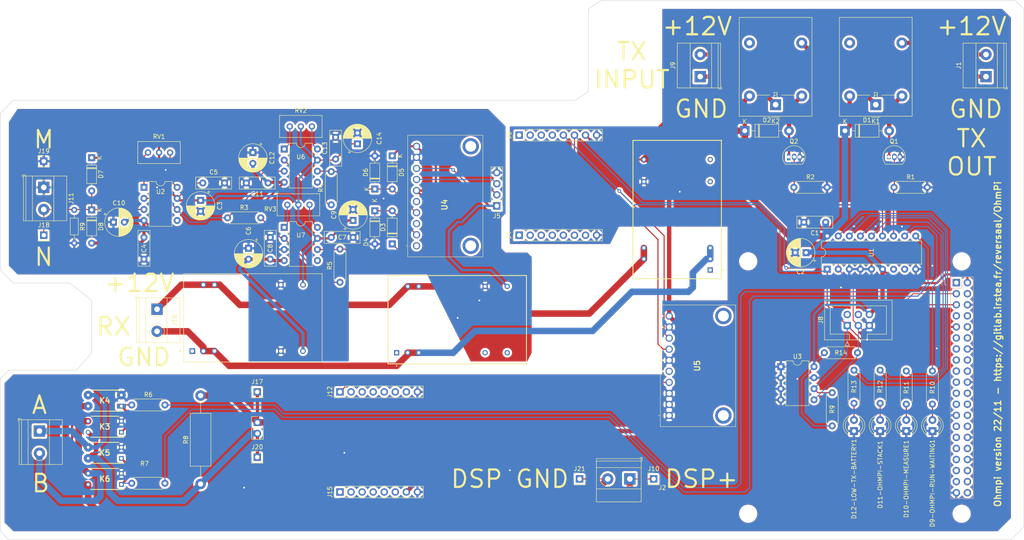
<source format=kicad_pcb>
(kicad_pcb (version 20211014) (generator pcbnew)
  (layers (0 "F.Cu" signal) (31 "B.Cu" signal) (34 "B.Paste" user) (35 "F.Paste" user) (36 "B.SilkS" user "B.Silkscreen") (37 "F.SilkS" user "F.Silkscreen") (38 "B.Mask" user) (39 "F.Mask" user) (44 "Edge.Cuts" user))
  (net 0 "")
  (net 1 "5VD")
  (net 2 "GNDD")
  (net 3 "GNDA")
  (net 4 "Net-(D1-Pad2)")
  (net 6 "SDA1")
  (net 8 "SCL1")
  (net 10 "Net-(K3-Pad1)")
  (net 11 "Net-(R3-Pad2)")
  (net 12 "SCL2")
  (net 13 "SDA2")
  (net 15 "AN")
  (net 58 "/Relay_switch_dsp/out_12v_DSP")
  (net 59 "/Relay_switch_dsp/out_GND_DSP")
  (net 60 "/Current_injection_and_measurement/Input_DSP_+_alim")
  (net 61 "/Current_injection_and_measurement/Input_DSP_GND_alim")
  (net 62 "+12V_TX_bat")
  (net 63 "GND_TX_bat")
  (net 64 "/Vmn_measurement/Electrode_M")
  (net 65 "+12V_RX_bat")
  (net 66 "GND_RX_bat")
  (net 68 "-12V_A")
  (net 69 "+12V_A")
  (net 76 "5VA")
  (net 77 "Net-(J14-Pad2)")
  (net 78 "Net-(D5-Pad2)")
  (net 79 "GP2")
  (net 80 "GP3")
  (net 81 "GP0")
  (net 82 "Net-(K5-Pad1)")
  (net 83 "GP1")
  (net 85 "Net-(D2-Pad2)")
  (net 105 "/Current_injection_and_measurement/A")
  (net 106 "/Current_injection_and_measurement/B")
  (net 107 "GP4")
  (net 108 "GP5")
  (net 109 "GP6")
  (net 110 "GP7")
  (net 111 "Net-(D3-Pad2)")
  (net 112 "Net-(D9-OHMPI-RUN-WAITING1-Pad2)")
  (net 113 "Net-(D10-OHMPI-MEASURE1-Pad2)")
  (net 114 "Net-(D11-OHMPI-STACK1-Pad2)")
  (net 115 "Net-(D12-LOW-TX-BATTERY1-Pad2)")
  (net 116 "Net-(R3-Pad1)")
  (net 117 "Net-(R4-Pad1)")
  (net 118 "Net-(RV1-Pad1)")
  (net 119 "Net-(RV1-Pad3)")
  (net 120 "Net-(RV2-Pad1)")
  (net 121 "Net-(RV2-Pad3)")
  (net 122 "Net-(RV3-Pad1)")
  (net 123 "Net-(RV3-Pad3)")
  (footprint "Potentiometer_THT:Potentiometer_Bourns_3296W_Vertical" (layer "F.Cu") (at 98.55 60)
    (fp_text reference "RV2")
    (fp_text value "R_Potentiometer")
  )
  (footprint "TerminalBlock_Phoenix:TerminalBlock_Phoenix_MKDS-1,5-2-5.08_1x02_P5.08mm_Horizontal" (layer "F.Cu") (at 253.305 48.545 90)
    (fp_text reference "J1")
    (fp_text value "DSP_out_12v_GND")
  )
  (footprint "Resistor_THT:R_Axial_DIN0207_L6.3mm_D2.5mm_P7.62mm_Horizontal" (layer "F.Cu") (at 232.19 74)
    (fp_text reference "R1")
    (fp_text value "100k")
  )
  (footprint "TerminalBlock_Phoenix:TerminalBlock_Phoenix_MKDS-1,5-2-5.08_1x02_P5.08mm_Horizontal" (layer "F.Cu") (at 187.695 48.545 90)
    (fp_text reference "J9")
    (fp_text value "TX_bat")
  )
  (footprint "LED_THT:LED_D4.0mm" (layer "F.Cu") (at 235 130 90)
    (fp_text reference "D10-OHMPI-MEASURE1")
    (fp_text value "LED")
  )
  (footprint "Relay_THT:Relay_SPDT_Omron-G5LE-1" (layer "F.Cu") (at 228 55 180)
    (fp_text reference "K1")
    (fp_text value "G5LE-1")
  )
  (footprint "Connector_PinHeader_2.54mm:PinHeader_1x01_P2.54mm_Vertical" (layer "F.Cu") (at 37 85)
    (fp_text reference "J18")
    (fp_text value "Conn_01x01")
  )
  (footprint "Connector_PinHeader_2.54mm:PinHeader_1x01_P2.54mm_Vertical" (layer "F.Cu") (at 86 136)
    (fp_text reference "J20")
    (fp_text value "shunt +")
  )
  (footprint "" (layer "F.Cu") (at 247.71 150)
    (fp_text reference "")
    (fp_text value "")
  )
  (footprint "Resistor_THT:R_Axial_DIN0204_L3.6mm_D1.6mm_P7.62mm_Horizontal" (layer "F.Cu") (at 44 79.19 -90)
    (fp_text reference "R9")
    (fp_text value "20 Mohms")
  )
  (footprint "" (layer "F.Cu") (at 247.71 91)
    (fp_text reference "")
    (fp_text value "")
  )
  (footprint "Resistor_THT:R_Axial_DIN0207_L6.3mm_D2.5mm_P7.62mm_Horizontal" (layer "F.Cu") (at 209.19 74)
    (fp_text reference "R2")
    (fp_text value "100k")
  )
  (footprint "AQY211EH:DIP762W47P254L478H340Q4N" (layer "F.Cu") (at 51 129 180)
    (fp_text reference "K3")
    (fp_text value "AQY212EH" hide)
  )
  (footprint "Diode_THT:D_DO-35_SOD27_P7.62mm_Horizontal" (layer "F.Cu") (at 48 79.19 -90)
    (fp_text reference "D8")
    (fp_text value "BAT86")
  )
  (footprint "Capacitor_THT:C_Disc_D8.0mm_W2.5mm_P5.00mm" (layer "F.Cu") (at 103 85.5)
    (fp_text reference "C7")
    (fp_text value "100nF")
  )
  (footprint "Resistor_THT:R_Axial_DIN0207_L6.3mm_D2.5mm_P7.62mm_Horizontal" (layer "F.Cu") (at 229 116 -90)
    (fp_text reference "R12")
    (fp_text value "330")
  )
  (footprint "Connector_PinHeader_2.54mm:PinHeader_1x08_P2.54mm_Vertical" (layer "F.Cu") (at 146.125 85 90)
    (fp_text reference "J4")
    (fp_text value "Conn_01x08_Female")
  )
  (footprint "Resistor_THT:R_Axial_DIN0207_L6.3mm_D2.5mm_P7.62mm_Horizontal" (layer "F.Cu") (at 223 116 -90)
    (fp_text reference "R13")
    (fp_text value "330")
  )
  (footprint "Connector_PinHeader_2.54mm:PinHeader_1x08_P2.54mm_Vertical" (layer "F.Cu") (at 146.125 62 90)
    (fp_text reference "J6")
    (fp_text value "Conn_01x08_Female")
  )
  (footprint "Connector_PinHeader_2.54mm:PinHeader_1x04_P2.54mm_Vertical" (layer "F.Cu") (at 141 78.25 180)
    (fp_text reference "J5")
    (fp_text value "Conn_01x04_Female")
  )
  (footprint "Capacitor_THT:C_Disc_D8.0mm_W2.5mm_P5.00mm" (layer "F.Cu") (at 104 67.5 90)
    (fp_text reference "C13")
    (fp_text value "100nF")
  )
  (footprint "1085:1085" (layer "F.Cu") (at 122.571 87.43 -90)
    (fp_text reference "U4")
    (fp_text value "1115-Adress=0X49" hide)
  )
  (footprint "Package_DIP:DIP-18_W7.62mm" (layer "F.Cu") (at 216.85 92.8 90)
    (fp_text reference "U1")
    (fp_text value "MCP23008-xP")
  )
  (footprint "THD_15-1222N:CONV_THD_15-1222N" (layer "F.Cu") (at 85 104)
    (fp_text reference "Alim_analog_Vmn_measurement_ina128P_lm158" hide)
    (fp_text value "THD_15-1222N")
  )
  (footprint "Connector_IDC:IDC-Header_2x03_P2.54mm_Vertical" (layer "F.Cu") (at 221.455 105.7525 90)
    (fp_text reference "J8")
    (fp_text value "Connector_I2C_for_mux_or_tools")
  )
  (footprint "Package_DIP:DIP-8_W7.62mm" (layer "F.Cu") (at 206.2 115.2)
    (fp_text reference "U3")
    (fp_text value "24LC02")
  )
  (footprint "Resistor_THT:R_Axial_DIN0207_L6.3mm_D2.5mm_P7.62mm_Horizontal" (layer "F.Cu") (at 105 95.81 90)
    (fp_text reference "R5")
    (fp_text value "1k")
  )
  (footprint "Connector_PinHeader_2.54mm:PinHeader_1x02_P2.54mm_Vertical" (layer "F.Cu") (at 86.045 128.015)
    (fp_text reference "J14" hide)
    (fp_text value "Conn_01x02_Female")
  )
  (footprint "Resistor_THT:R_Axial_DIN0207_L6.3mm_D2.5mm_P7.62mm_Horizontal" (layer "F.Cu") (at 57.19 124)
    (fp_text reference "R6")
    (fp_text value "1k")
  )
  (footprint "Resistor_THT:R_Axial_DIN0207_L6.3mm_D2.5mm_P7.62mm_Horizontal" (layer "F.Cu") (at 103 78 90)
    (fp_text reference "R4")
    (fp_text value "1k")
  )
  (footprint "Diode_THT:D_DO-35_SOD27_P7.62mm_Horizontal" (layer "F.Cu") (at 48 67.19 -90)
    (fp_text reference "D7")
    (fp_text value "BAT86")
  )
  (footprint "Diode_THT:D_DO-35_SOD27_P7.62mm_Horizontal" (layer "F.Cu") (at 117 66.76 -90)
    (fp_text reference "D5")
    (fp_text value "BAT86")
  )
  (footprint "AQY211EH:DIP762W47P254L478H340Q4N" (layer "F.Cu") (at 51 135 180)
    (fp_text reference "K5")
    (fp_text value "AQY212EH" hide)
  )
  (footprint "Resistor_THT:R_Axial_DIN0207_L6.3mm_D2.5mm_P7.62mm_Horizontal" (layer "F.Cu") (at 57.19 142)
    (fp_text reference "R7")
    (fp_text value "1k")
  )
  (footprint "TerminalBlock_Phoenix:TerminalBlock_Phoenix_MKDS-1,5-2-5.08_1x02_P5.08mm_Horizontal" (layer "F.Cu") (at 36 130 -90)
    (fp_text reference "J3" hide)
    (fp_text value "Screw_Terminal_AB" hide)
  )
  (footprint "AQY211EH:DIP762W47P254L478H340Q4N" (layer "F.Cu") (at 51 141 180)
    (fp_text reference "K6")
    (fp_text value "AQY212EH" hide)
  )
  (footprint "Package_TO_SOT_THT:TO-92L_Inline" (layer "F.Cu") (at 231 67)
    (fp_text reference "Q1")
    (fp_text value "ZVN4206ASTZ")
  )
  (footprint "" (layer "F.Cu") (at 203 149)
    (fp_text reference "")
    (fp_text value "")
  )
  (footprint "Capacitor_THT:C_Disc_D8.0mm_W2.5mm_P5.00mm" (layer "F.Cu") (at 73.5 73)
    (fp_text reference "C5")
    (fp_text value "100nF")
  )
  (footprint "Capacitor_THT:CP_Radial_D6.3mm_P2.50mm" (layer "F.Cu") (at 53 82)
    (fp_text reference "C10")
    (fp_text value "10uF")
  )
  (footprint "Capacitor_THT:CP_Radial_D6.3mm_P2.50mm" (layer "F.Cu") (at 212 89 180)
    (fp_text reference "C2")
    (fp_text value "10uF")
  )
  (footprint "TerminalBlock_Phoenix:TerminalBlock_Phoenix_MKDS-1,5-2-5.08_1x02_P5.08mm_Horizontal" (layer "F.Cu") (at 171.545 141 180)
    (fp_text reference "J2")
    (fp_text value "DPS5005_input_0_to_50V")
  )
  (footprint "Package_DIP:DIP-8_W7.62mm" (layer "F.Cu") (at 92.2 65.2)
    (fp_text reference "U6")
    (fp_text value "OP07")
  )
  (footprint "Diode_THT:D_DO-35_SOD27_P7.62mm_Horizontal" (layer "F.Cu") (at 113 74.38 90)
    (fp_text reference "D6")
    (fp_text value "BAT86")
  )
  (footprint "Connector_PinHeader_2.54mm:PinHeader_1x01_P2.54mm_Vertical" (layer "F.Cu") (at 37 68)
    (fp_text reference "J19")
    (fp_text value "Conn_01x01")
  )
  (footprint "1085:1085" (layer "F.Cu") (at 180.571 126.43 -90)
    (fp_text reference "U5")
    (fp_text value "1115-Adress=0X48" hide)
  )
  (footprint "AQY211EH:DIP762W47P254L478H340Q4N" (layer "F.Cu") (at 51 123 180)
    (fp_text reference "K4")
    (fp_text value "AQY212EH" hide)
  )
  (footprint "THD_15-1211N:THD151211N" (layer "F.Cu") (at 118 112 90)
    (fp_text reference "Alim_5V_I2C_isolator_Vmn_measurement1" hide)
    (fp_text value "THD_15-1211N" hide)
  )
  (footprint "LED_THT:LED_D4.0mm" (layer "F.Cu") (at 241 130 90)
    (fp_text reference "D9-OHMPI-RUN-WAITING1")
    (fp_text value "LED")
  )
  (footprint "Diode_THT:D_DO-41_SOD81_P10.16mm_Horizontal" (layer "F.Cu") (at 197.92 61)
    (fp_text reference "D2")
    (fp_text value "1N4001")
  )
  (footprint "Package_DIP:DIP-8_W7.62mm" (layer "F.Cu") (at 92.2 83.2)
    (fp_text reference "U7")
    (fp_text value "OP07")
  )
  (footprint "Capacitor_THT:CP_Radial_D6.3mm_P2.50mm" (layer "F.Cu") (at 108 81.6 90)
    (fp_text reference "C9")
    (fp_text value "10uF")
  )
  (footprint "Diode_THT:D_DO-35_SOD27_P7.62mm_Horizontal" (layer "F.Cu") (at 117 87 90)
    (fp_text reference "D3")
    (fp_text value "BAT86")
  )
  (footprint "Connector_PinHeader_2.54mm:PinHeader_1x08_P2.54mm_Vertical" (layer "F.Cu") (at 105 121 90)
    (fp_text reference "J12")
    (fp_text value "Conn_01x08_Female")
  )
  (footprint "Connector_PinHeader_2.54mm:PinHeader_1x01_P2.54mm_Vertical" (layer "F.Cu") (at 86 121)
    (fp_text reference "J17")
    (fp_text value "DSP GND")
  )
  (footprint "Diode_THT:D_DO-41_SOD81_P10.16mm_Horizontal" (layer "F.Cu") (at 220.92 61)
    (fp_text reference "D1")
    (fp_text value "1N4001")
  )
  (footprint "LED_THT:LED_D4.0mm" (layer "F.Cu") (at 229 130 90)
    (fp_text reference "D11-OHMPI-STACK1")
    (fp_text value "LED")
  )
  (footprint "Resistor_THT:R_Axial_DIN0207_L6.3mm_D2.5mm_P7.62mm_Horizontal" (layer "F.Cu") (at 216.19 112)
    (fp_text reference "R14")
    (fp_text value "R")
  )
  (footprint "" (layer "F.Cu") (at 202 91)
    (fp_text reference "")
    (fp_text value "")
  )
  (footprint "Relay_THT:Relay_SPDT_Omron-G5LE-1" (layer "F.Cu") (at 205 55 180)
    (fp_text reference "K2")
    (fp_text value "G5LE-1")
  )
  (footprint "Resistor_THT:R_Axial_DIN0207_L6.3mm_D2.5mm_P7.62mm_Horizontal" (layer "F.Cu") (at 79.19 81)
    (fp_text reference "R3")
    (fp_text value "1k")
  )
  (footprint "Capacitor_THT:C_Disc_D8.0mm_W2.5mm_P5.00mm" (layer "F.Cu") (at 89 90.5 90)
    (fp_text reference "C8")
    (fp_text value "100nF")
  )
  (footprint "Potentiometer_THT:Potentiometer_Bourns_3296W_Vertical" (layer "F.Cu") (at 98 78)
    (fp_text reference "RV3")
    (fp_text value "R_Potentiometer")
  )
  (footprint "THD_15-1211N:THD151211N" (layer "F.Cu") (at 190 93 180)
    (fp_text reference "Alim_5V_Digital_rasp_iso1540_mcp23008_current_7_click1" hide)
    (fp_text value "THD_15-1211N" hide)
  )
  (footprint "Capacitor_THT:CP_Radial_D6.3mm_P2.50mm" (layer "F.Cu") (at 73 77 -90)
    (fp_text reference "C3")
    (fp_text value "10uF")
  )
  (footprint "Potentiometer_THT:Potentiometer_Bourns_3296W_Vertical" (layer "F.Cu") (at 66 66)
    (fp_text reference "RV1")
    (fp_text value "R_Potentiometer")
  )
  (footprint "Capacitor_THT:CP_Radial_D6.3mm_P2.50mm" (layer "F.Cu") (at 84 88 -90)
    (fp_text reference "C6")
    (fp_text value "10uF")
  )
  (footprint "Resistor_THT:R_Axial_DIN0207_L6.3mm_D2.5mm_P7.62mm_Horizontal" (layer "F.Cu") (at 218 128.81 90)
    (fp_text reference "R9")
    (fp_text value "R")
  )
  (footprint "Resistor_THT:R_Axial_DIN0207_L6.3mm_D2.5mm_P7.62mm_Horizontal" (layer "F.Cu") (at 241 116.19 -90)
    (fp_text reference "R10")
    (fp_text value "330")
  )
  (footprint "Connector_PinHeader_2.54mm:PinHeader_1x01_P2.54mm_Vertical" (layer "F.Cu") (at 177 141)
    (fp_text reference "J10")
    (fp_text value "DSP+")
  )
  (footprint "LED_THT:LED_D4.0mm" (layer "F.Cu") (at 223 130 90)
    (fp_text reference "D12-LOW-TX-BATTERY1")
    (fp_text value "LED")
  )
  (footprint "Connector_PinHeader_2.54mm:PinHeader_1x01_P2.54mm_Vertical" (layer "F.Cu") (at 160 141)
    (fp_text reference "J21")
    (fp_text value "shunt -")
  )
  (footprint "Capacitor_THT:CP_Radial_D6.3mm_P2.50mm" (layer "F.Cu") (at 109 64 90)
    (fp_text reference "C14")
    (fp_text value "10uF")
  )
  (footprint "Package_DIP:DIP-8_W7.62mm" (layer "F.Cu") (at 60 74)
    (fp_text reference "U2")
    (fp_text value "OP07")
  )
  (footprint "Capacitor_THT:C_Disc_D8.0mm_W2.5mm_P5.00mm" (layer "F.Cu") (at 60 85.5 -90)
    (fp_text reference "C4")
    (fp_text value "100nF")
  )
  (footprint "TerminalBlock_Phoenix:TerminalBlock_Phoenix_MKDS-1,5-2-5.08_1x02_P5.08mm_Horizontal" (layer "F.Cu") (at 63 102 -90)
    (fp_text reference "J16")
    (fp_text value "RX_bat")
  )
  (footprint "Capacitor_THT:C_Disc_D8.0mm_W2.5mm_P5.00mm" (layer "F.Cu") (at 88.5 73 180)
    (fp_text reference "C11")
    (fp_text value "100nF")
  )
  (footprint "Capacitor_THT:C_Disc_D8.0mm_W2.5mm_P5.00mm" (layer "F.Cu") (at 216.5 82 180)
    (fp_text reference "C1")
    (fp_text value "100nF")
  )
  (footprint "Diode_THT:D_DO-35_SOD27_P7.62mm_Horizontal" (layer "F.Cu") (at 113 79.38 -90)
    (fp_text reference "D4")
    (fp_text value "BAT86")
  )
  (footprint "Resistor_THT:R_Axial_DIN0414_L11.9mm_D4.5mm_P20.32mm_Horizontal" (layer "F.Cu") (at 73 142.16 90)
    (fp_text reference "R8")
    (fp_text value "2")
  )
  (footprint "Resistor_THT:R_Axial_DIN0207_L6.3mm_D2.5mm_P7.62mm_Horizontal" (layer "F.Cu") (at 235 116.19 -90)
    (fp_text reference "R11")
    (fp_text value "330")
  )
  (footprint "TerminalBlock_Phoenix:TerminalBlock_Phoenix_MKDS-1,5-2-5.08_1x02_P5.08mm_Horizontal" (layer "F.Cu") (at 37 74 -90)
    (fp_text reference "J11")
    (fp_text value "Screw_Terminal_VMN")
  )
  (footprint "Capacitor_THT:CP_Radial_D6.3mm_P2.50mm" (layer "F.Cu") (at 85 66 -90)
    (fp_text reference "C12")
    (fp_text value "10uF")
  )
  (footprint "Connector_PinHeader_2.54mm:PinHeader_1x08_P2.54mm_Vertical" (layer "F.Cu") (at 105 144 90)
    (fp_text reference "J15")
    (fp_text value "Conn_01x08_Female")
  )
  (footprint "Package_TO_SOT_THT:TO-92L_Inline" (layer "F.Cu") (at 208 67)
    (fp_text reference "Q2")
    (fp_text value "ZVN4206ASTZ")
  )
  (footprint "Connector_PinSocket_2.54mm:PinSocket_2x20_P2.54mm_Vertical" (layer "B.Cu") (at 246.5 95.9 180)
    (fp_text reference "J7")
    (fp_text value "Raspberry_Pi_2_3")
  )
  (gr_line (start 165 31) (end 162 33) (layer "Edge.Cuts") (width 0.1))
  (gr_line (start 44.5 116) (end 29 116) (layer "Edge.Cuts") (width 0.1))
  (gr_line (start 162 33) (end 162 52) (layer "Edge.Cuts") (width 0.1))
  (gr_line (start 27 93) (end 30 96) (layer "Edge.Cuts") (width 0.1))
  (gr_line (start 30 54) (end 27 57) (layer "Edge.Cuts") (width 0.1))
  (gr_line (start 48 100) (end 43 96) (layer "Edge.Cuts") (width 0.1))
  (gr_line (start 159 54) (end 30 54) (layer "Edge.Cuts") (width 0.1))
  (gr_line (start 260 31) (end 165 31) (layer "Edge.Cuts") (width 0.1))
  (gr_line (start 27 104) (end 27 104) (layer "Edge.Cuts") (width 0.1))
  (gr_line (start 262 152) (end 262 33) (layer "Edge.Cuts") (width 0.1))
  (gr_line (start 30 96) (end 43 96) (layer "Edge.Cuts") (width 0.1))
  (gr_line (start 29 116) (end 27 118) (layer "Edge.Cuts") (width 0.1))
  (gr_line (start 162 52) (end 159 54) (layer "Edge.Cuts") (width 0.1))
  (gr_line (start 27 153) (end 29 155) (layer "Edge.Cuts") (width 0.1))
  (gr_line (start 27 118) (end 27 153) (layer "Edge.Cuts") (width 0.1))
  (gr_line (start 259 155) (end 262 152) (layer "Edge.Cuts") (width 0.1))
  (gr_line (start 48 112) (end 48 100) (layer "Edge.Cuts") (width 0.1))
  (gr_line (start 27 57) (end 27 93) (layer "Edge.Cuts") (width 0.1))
  (gr_line (start 48 112) (end 44.5 116) (layer "Edge.Cuts") (width 0.1))
  (gr_line (start 29 155) (end 259 155) (layer "Edge.Cuts") (width 0.1))
  (gr_line (start 260 31) (end 262 33) (layer "Edge.Cuts") (width 0.1))
  (gr_text "+12V" (at 187 37) (layer "F.SilkS") (effects (font (size 4 4) (thickness 0.5))))
  (gr_text "DSP GND" (at 144 141) (layer "F.SilkS") (effects (font (size 4 4) (thickness 0.5))))
  (gr_text "M" (at 37 63) (layer "F.SilkS") (effects (font (size 4 4) (thickness 0.5))))
  (gr_text "B" (at 36.3005 142) (layer "F.SilkS") (effects (font (size 4 4) (thickness 0.5))))
  (gr_text "RX" (at 53 106) (layer "F.SilkS") (effects (font (size 4 4) (thickness 0.5))))
  (gr_text "GND" (at 251 56) (layer "F.SilkS") (effects (font (size 4 4) (thickness 0.5))))
  (gr_text "GND" (at 187.932659 55.972876) (layer "F.SilkS") (effects (font (size 4 4) (thickness 0.5))))
  (gr_text "TX\nOUT" (at 250 66) (layer "F.SilkS") (effects (font (size 4 4) (thickness 0.5))))
  (gr_text "GND" (at 60 113) (layer "F.SilkS") (effects (font (size 4 4) (thickness 0.5))))
  (gr_text "Ohmpi version 22/11 - https://gitlab.irstea.fr/reversaal/OhmPi" (at 256 110 90) (layer "F.SilkS") (effects (font (size 1.5 1.5) (thickness 0.3))))
  (gr_text "+12V" (at 59 96) (layer "F.SilkS") (effects (font (size 4 4) (thickness 0.5))))
  (gr_text "DSP+" (at 188 141) (layer "F.SilkS") (effects (font (size 4 4) (thickness 0.5))))
  (gr_text "+12V" (at 250 37) (layer "F.SilkS") (effects (font (size 4 4) (thickness 0.5))))
  (gr_text "N" (at 37 90) (layer "F.SilkS") (effects (font (size 4 4) (thickness 0.5))))
  (gr_text "A" (at 36 124) (layer "F.SilkS") (effects (font (size 4 4) (thickness 0.5))))
  (gr_text "TX\nINPUT" (at 172 46) (layer "F.SilkS") (effects (font (size 4 4) (thickness 0.5))))
  (segment (start 183 130) (end 134.24 130) (width 1) (layer "F.Cu") (net 1))
  (segment (start 242 96) (end 244 94) (width 0.5) (layer "F.Cu") (net 1))
  (segment (start 199 53) (end 197.92 54.08) (width 1) (layer "F.Cu") (net 1))
  (segment (start 197.92 54.08) (end 197.92 61) (width 1) (layer "F.Cu") (net 1))
  (segment (start 180.571 103.57) (end 183 105.999) (width 1) (layer "F.Cu") (net 1))
  (segment (start 244 94) (end 248.342081 94) (width 0.5) (layer "F.Cu") (net 1))
  (segment (start 229.55 92.8) (end 232.75 96) (width 0.5) (layer "F.Cu") (net 1))
  (segment (start 232.75 96) (end 242 96) (width 0.5) (layer "F.Cu") (net 1))
  (segment (start 174.76 67.6) (end 166.965 67.6) (width 0.5) (layer "F.Cu") (net 1))
  (segment (start 181.36 61) (end 174.76 67.6) (width 1.5) (layer "F.Cu") (net 1))
  (segment (start 134.24 130) (end 120.24 144) (width 1) (layer "F.Cu") (net 1))
  (segment (start 180.571 72.771) (end 175.4 67.6) (width 1) (layer "F.Cu") (net 1))
  (segment (start 222 59.92) (end 220.92 61) (width 1) (layer "F.Cu") (net 1))
  (segment (start 197.92 61) (end 181.36 61) (width 1.5) (layer "F.Cu") (net 1))
  (segment (start 166.965 67.6) (end 161.365 62) (width 0.5) (layer "F.Cu") (net 1))
  (segment (start 180.571 103.57) (end 180.571 72.771) (width 1) (layer "F.Cu") (net 1))
  (segment (start 249.04 94.697919) (end 249.04 95.9) (width 0.5) (layer "F.Cu") (net 1))
  (segment (start 216.85 85.18) (end 208.18 85.18) (width 1.5) (layer "F.Cu") (net 1))
  (segment (start 197.92 74.92) (end 197.92 61) (width 1.5) (layer "F.Cu") (net 1))
  (segment (start 248.342081 94) (end 249.04 94.697919) (width 0.5) (layer "F.Cu") (net 1))
  (segment (start 208.18 85.18) (end 197.92 74.92) (width 1.5) (layer "F.Cu") (net 1))
  (segment (start 222 53) (end 222 59.92) (width 1) (layer "F.Cu") (net 1))
  (segment (start 229.55 100.1975) (end 226.535 103.2125) (width 1) (layer "F.Cu") (net 1))
  (segment (start 229.55 92.8) (end 229.55 100.1975) (width 1) (layer "F.Cu") (net 1))
  (segment (start 183 105.999) (end 183 130) (width 1) (layer "F.Cu") (net 1))
  (segment (start 225.75 89) (end 229.55 92.8) (width 1) (layer "B.Cu") (net 1))
  (segment (start 220.92 61) (end 220.92 81.11) (width 1.5) (layer "B.Cu") (net 1))
  (segment (start 213.81 128.81) (end 211 126) (width 0.25) (layer "B.Cu") (net 1))
  (segment (start 213.82 103.18) (end 216 101) (width 0.5) (layer "B.Cu") (net 1))
  (segment (start 218 128.81) (end 213.81 128.81) (width 0.25) (layer "B.Cu") (net 1))
  (segment (start 216.5 82) (end 216.5 84.83) (width 1.5) (layer "B.Cu") (net 1))
  (segment (start 213.82 115.2) (end 213.82 103.18) (width 0.5) (layer "B.Cu") (net 1))
  (segment (start 224.3225 101) (end 226.535 103.2125) (width 0.5) (layer "B.Cu") (net 1))
  (segment (start 211 126) (end 211 118.02) (width 0.25) (layer "B.Cu") (net 1))
  (segment (start 211 118.02) (end 213.82 115.2) (width 0.25) (layer "B.Cu") (net 1))
  (segment (start 216 101) (end 224.3225 101) (width 0.5) (layer "B.Cu") (net 1))
  (segment (start 212 89) (end 225.75 89) (width 1) (layer "B.Cu") (net 1))
  (segment (start 213.03 89) (end 216.85 85.18) (width 1) (layer "B.Cu") (net 1))
  (segment (start 213.82 114.37) (end 213.82 115.2) (width 0.25) (layer "B.Cu") (net 1))
  (segment (start 216.5 84.83) (end 216.85 85.18) (width 1.5) (layer "B.Cu") (net 1))
  (segment (start 212 89) (end 213.03 89) (width 1) (layer "B.Cu") (net 1))
  (segment (start 216.19 112) (end 213.82 114.37) (width 0.25) (layer "B.Cu") (net 1))
  (segment (start 220.92 81.11) (end 216.85 85.18) (width 1.5) (layer "B.Cu") (net 1))
  (via (at 220 97) (size 0.8) (drill 0.4) (layers "F.Cu" "B.Cu") (net 2))
  (via (at 227.96551 82.95523) (size 0.8) (drill 0.4) (layers "F.Cu" "B.Cu") (net 2))
  (via (at 242 111) (size 0.8) (drill 0.4) (layers "F.Cu" "B.Cu") (net 2))
  (via (at 83 143) (size 0.8) (drill 0.4) (layers "F.Cu" "B.Cu") (net 2))
  (via (at 183 75) (size 0.8) (drill 0.4) (layers "F.Cu" "B.Cu") (net 2))
  (via (at 210 118) (size 0.8) (drill 0.4) (layers "F.Cu" "B.Cu") (net 2))
  (via (at 234 83) (size 0.8) (drill 0.4) (layers "F.Cu" "B.Cu") (net 2))
  (via (at 144 139) (size 0.8) (drill 0.4) (layers "F.Cu" "B.Cu") (net 2))
  (via (at 222.997158 82.95523) (size 0.8) (drill 0.4) (layers "F.Cu" "B.Cu") (net 2))
  (via (at 226 109) (size 0.8) (drill 0.4) (layers "F.Cu" "B.Cu") (net 2))
  (via (at 106 135) (size 0.8) (drill 0.4) (layers "F.Cu" "B.Cu") (net 2))
  (via (at 241 92) (size 0.8) (drill 0.4) (layers "F.Cu" "B.Cu") (net 2))
  (via (at 65 70) (size 0.8) (drill 0.4) (layers "F.Cu" "B.Cu") (net 3))
  (via (at 137 100) (size 0.8) (drill 0.4) (layers "F.Cu" "B.Cu") (net 3))
  (via (at 115 76.57) (size 0.8) (drill 0.4) (layers "F.Cu" "B.Cu") (net 3))
  (via (at 132 104) (size 0.8) (drill 0.4) (layers "F.Cu" "B.Cu") (net 3))
  (via (at 63 74) (size 0.8) (drill 0.4) (layers "F.Cu" "B.Cu") (net 3))
  (segment (start 231.08 61) (end 231.08 55.92) (width 1) (layer "F.Cu") (net 4))
  (segment (start 231.08 61) (end 231.08 66.92) (width 0.5) (layer "F.Cu") (net 4))
  (segment (start 231.08 55.92) (end 234 53) (width 1) (layer "F.Cu") (net 4))
  (segment (start 213.46 92.54) (end 215 91) (width 0.25) (layer "F.Cu") (net 6))
  (segment (start 178 86) (end 178 110) (width 0.25) (layer "F.Cu") (net 6))
  (segment (start 215 91) (end 219 91) (width 0.25) (layer "F.Cu") (net 6))
  (segment (start 222.820489 96.230489) (end 219.39 92.8) (width 0.2) (layer "F.Cu") (net 6))
  (segment (start 219.39 91.39) (end 219.39 92.8) (width 0.25) (layer "F.Cu") (net 6))
  (segment (start 223.995 105.7525) (end 226.2425 108) (width 0.2) (layer "F.Cu") (net 6))
  (segment (start 207.46 92.54) (end 213.46 92.54) (width 0.25) (layer "F.Cu") (net 6))
  (segment (start 179.19 111.19) (end 180.571 111.19) (width 0.25) (layer "F.Cu") (net 6))
  (segment (start 223.995 105.7525) (end 222.820489 104.577989) (width 0.2) (layer "F.Cu") (net 6))
  (segment (start 219 91) (end 219.39 91.39) (width 0.25) (layer "F.Cu") (net 6))
  (segment (start 222.820489 104.577989) (end 222.820489 96.230489) (width 0.2) (layer "F.Cu") (net 6))
  (segment (start 158.825 66.825) (end 178 86) (width 0.25) (layer "F.Cu") (net 6))
  (segment (start 227 108) (end 236.56 98.44) (width 0.2) (layer "F.Cu") (net 6))
  (segment (start 178 110) (end 179.19 111.19) (width 0.25) (layer "F.Cu") (net 6))
  (segment (start 158.825 62) (end 158.825 66.825) (width 0.25) (layer "F.Cu") (net 6))
  (segment (start 226.2425 108) (end 227 108) (width 0.2) (layer "F.Cu") (net 6))
  (segment (start 236.56 98.44) (end 246.5 98.44) (width 0.2) (layer "F.Cu") (net 6))
  (via (at 207.46 92.54) (size 0.8) (drill 0.4) (layers "F.Cu" "B.Cu") (net 6))
  (segment (start 223.995 112.645) (end 213.82 122.82) (width 0.2) (layer "B.Cu") (net 6))
  (segment (start 201.186198 77.55048) (end 207 83.364282) (width 0.25) (layer "B.Cu") (net 6))
  (segment (start 171.9125 75.0875) (end 174.37548 77.55048) (width 0.25) (layer "B.Cu") (net 6))
  (segment (start 223.995 105.7525) (end 223.995 112.645) (width 0.2) (layer "B.Cu") (net 6))
  (segment (start 174.37548 77.55048) (end 201.186198 77.55048) (width 0.25) (layer "B.Cu") (net 6))
  (segment (start 207 83.364282) (end 207 92.08) (width 0.25) (layer "B.Cu") (net 6))
  (segment (start 158.825 62) (end 171.9125 75.0875) (width 0.25) (layer "B.Cu") (net 6))
  (segment (start 207 92.08) (end 207.46 92.54) (width 0.25) (layer "B.Cu") (net 6))
  (segment (start 179.413989 107.492989) (end 179.413989 85.128989) (width 0.25) (layer "F.Cu") (net 8))
  (segment (start 225.7025 110) (end 221.455 105.7525) (width 0.25) (layer "F.Cu") (net 8))
  (segment (start 227 110) (end 225.7025 110) (width 0.25) (layer "F.Cu") (net 8))
  (segment (start 236.02 100.98) (end 227 110) (width 0.25) (layer "F.Cu") (net 8))
  (segment (start 216.85 92.8) (end 216.85 101.1475) (width 0.25) (layer "F.Cu") (net 8))
  (segment (start 214.73 121.19) (end 213.82 120.28) (width 0.25) (layer "F.Cu") (net 8))
  (segment (start 180.571 108.65) (end 179.413989 107.492989) (width 0.25) (layer "F.Cu") (net 8))
  (segment (start 216.85 101.1475) (end 221.455 105.7525) (width 0.25) (layer "F.Cu") (net 8))
  (segment (start 218 121.19) (end 214.73 121.19) (width 0.25) (layer "F.Cu") (net 8))
  (segment (start 246.5 100.98) (end 236.02 100.98) (width 0.25) (layer "F.Cu") (net 8))
  (segment (start 179.413989 85.128989) (end 169.1425 74.8575) (width 0.25) (layer "F.Cu") (net 8))
  (via (at 169.1425 74.8575) (size 0.8) (drill 0.4) (layers "F.Cu" "B.Cu") (net 8))
  (segment (start 206.184511 93.264511) (end 216.385489 93.264511) (width 0.25) (layer "B.Cu") (net 8))
  (segment (start 221.455 112.645) (end 221.455 105.7525) (width 0.25) (layer "B.Cu") (net 8))
  (segment (start 156.285 62) (end 169.1425 74.8575) (width 0.25) (layer "B.Cu") (net 8))
  (segment (start 213.82 120.28) (end 221.455 112.645) (width 0.25) (layer "B.Cu") (net 8))
  (segment (start 169.1425 74.8575) (end 172.285 78) (width 0.25) (layer "B.Cu") (net 8))
  (segment (start 201 78) (end 206 83) (width 0.25) (layer "B.Cu") (net 8))
  (segment (start 206 93.08) (end 206.184511 93.264511) (width 0.25) (layer "B.Cu") (net 8))
  (segment (start 172.285 78) (end 201 78) (width 0.25) (layer "B.Cu") (net 8))
  (segment (start 206 83) (end 206 93.08) (width 0.25) (layer "B.Cu") (net 8))
  (segment (start 216.385489 93.264511) (end 216.85 92.8) (width 0.25) (layer "B.Cu") (net 8))
  (segment (start 55.08 124) (end 54.81 124.27) (width 0.25) (layer "F.Cu") (net 10))
  (segment (start 57 128.08) (end 54.81 130.27) (width 0.5) (layer "F.Cu") (net 10))
  (segment (start 54.81 124.27) (end 57 126.46) (width 0.5) (layer "F.Cu") (net 10))
  (segment (start 57 126.46) (end 57 128.08) (width 0.5) (layer "F.Cu") (net 10))
  (segment (start 57.19 124) (end 55.08 124) (width 0.25) (layer "F.Cu") (net 10))
  (segment (start 92.2 85.74) (end 102.27 95.81) (width 0.25) (layer "F.Cu") (net 11))
  (segment (start 86.81 81) (end 91.55 85.74) (width 0.25) (layer "F.Cu") (net 11))
  (segment (start 102.27 95.81) (end 105 95.81) (width 0.25) (layer "F.Cu") (net 11))
  (segment (start 91.55 85.74) (end 92.2 85.74) (width 0.25) (layer "F.Cu") (net 11))
  (segment (start 131 70) (end 134.96 73.96) (width 0.25) (layer "F.Cu") (net 12))
  (segment (start 139.25 73.96) (end 141 75.71) (width 0.25) (layer "F.Cu") (net 12))
  (segment (start 134.96 73.96) (end 139.25 73.96) (width 0.25) (layer "F.Cu") (net 12))
  (via (at 131 70) (size 0.8) (drill 0.4) (layers "F.Cu" "B.Cu") (net 12))
  (segment (start 131 70) (end 130.65 69.65) (width 0.25) (layer "B.Cu") (net 12))
  (segment (start 130.65 69.65) (end 122.571 69.65) (width 0.25) (layer "B.Cu") (net 12))
  (segment (start 140.02 72.19) (end 141 73.17) (width 0.25) (layer "B.Cu") (net 13))
  (segment (start 140.02 72.19) (end 122.571 72.19) (width 0.25) (layer "B.Cu") (net 13))
  (segment (start 107.19 118.81) (end 105 121) (width 0.25) (layer "F.Cu") (net 15))
  (segment (start 180.571 118.81) (end 107.19 118.81) (width 0.25) (layer "F.Cu") (net 15))
  (segment (start 243.545 48.545) (end 239 44) (width 1) (layer "F.Cu") (net 58))
  (segment (start 214.2 44) (end 211 40.8) (width 1) (layer "F.Cu") (net 58))
  (segment (start 253.305 48.545) (end 243.545 48.545) (width 1) (layer "F.Cu") (net 58))
  (segment (start 239 44) (end 214.2 44) (width 1) (layer "F.Cu") (net 58))
  (segment (start 245.8 40.8) (end 248.465 43.465) (width 1) (layer "F.Cu") (net 59))
  (segment (start 248.465 43.465) (end 253.305 43.465) (width 1) (layer "F.Cu") (net 59))
  (segment (start 234 40.8) (end 245.8 40.8) (width 1) (layer "F.Cu") (net 59))
  (segment (start 51 150) (end 47.19 146.19) (width 1.5) (layer "F.Cu") (net 60))
  (segment (start 171.545 141) (end 171.545 143.455) (width 1.5) (layer "F.Cu") (net 60))
  (segment (start 42.73 124.27) (end 42 125) (width 1.5) (layer "F.Cu") (net 60))
  (segment (start 171.545 143.455) (end 165 150) (width 1.5) (layer "F.Cu") (net 60))
  (segment (start 177 141) (end 171.545 141) (width 0.25) (layer "F.Cu") (net 60))
  (segment (start 47.19 124.27) (end 42.73 124.27) (width 1.5) (layer "F.Cu") (net 60))
  (segment (start 47.19 146.19) (end 47.19 142.27) (width 1.5) (layer "F.Cu") (net 60))
  (segment (start 165 150) (end 51 150) (width 1.5) (layer "F.Cu") (net 60))
  (segment (start 43.27 142.27) (end 47.19 142.27) (width 1.5) (layer "F.Cu") (net 60))
  (segment (start 42 141) (end 43.27 142.27) (width 1.5) (layer "F.Cu") (net 60))
  (segment (start 42 125) (end 42 141) (width 1.5) (layer "F.Cu") (net 60))
  (segment (start 92 147) (end 160.535 147) (width 1.5) (layer "F.Cu") (net 61))
  (segment (start 86.045 128.015) (end 90.015 128.015) (width 1.5) (layer "F.Cu") (net 61))
  (segment (start 91 129) (end 91 146) (width 1.5) (layer "F.Cu") (net 61))
  (segment (start 90.015 128.015) (end 91 129) (width 1.5) (layer "F.Cu") (net 61))
  (segment (start 91 146) (end 92 147) (width 1.5) (layer "F.Cu") (net 61))
  (segment (start 160 141) (end 166.465 141) (width 0.25) (layer "F.Cu") (net 61))
  (segment (start 73 121.84) (end 79.87 121.84) (width 1.5) (layer "F.Cu") (net 61))
  (segment (start 86.045 121.045) (end 86 121) (width 0.75) (layer "F.Cu") (net 61))
  (segment (start 80.015 121.985) (end 86.045 128.015) (width 1.5) (layer "F.Cu") (net 61))
  (segment (start 160.535 146.93) (end 166.465 141) (width 1.5) (layer "F.Cu") (net 61))
  (segment (start 160.535 147) (end 160.535 146.93) (width 1.5) (layer "F.Cu") (net 61))
  (segment (start 86.045 128.015) (end 86.045 121.045) (width 0.75) (layer "F.Cu") (net 61))
  (segment (start 79.87 121.84) (end 80.015 121.985) (width 1.5) (layer "F.Cu") (net 61))
  (segment (start 187.695 48.545) (end 198.545 48.545) (width 1) (layer "F.Cu") (net 62))
  (segment (start 198.545 48.545) (end 205 55) (width 1) (layer "F.Cu") (net 62))
  (segment (start 187.695 43.465) (end 208.465 43.465) (width 1) (layer "F.Cu") (net 63))
  (segment (start 223 50) (end 228 55) (width 1) (layer "F.Cu") (net 63))
  (segment (start 208.465 43.465) (end 215 50) (width 1) (layer "F.Cu") (net 63))
  (segment (start 215 50) (end 223 50) (width 1) (layer "F.Cu") (net 63))
  (segment (start 37 79.08) (end 37 85) (width 0.25) (layer "F.Cu") (net 64))
  (segment (start 60 79.08) (end 48.11 79.08) (width 0.25) (layer "F.Cu") (net 64))
  (segment (start 37 79.08) (end 47.89 79.08) (width 0.25) (layer "F.Cu") (net 64))
  (segment (start 48 74.81) (end 48 79.19) (width 0.25) (layer "F.Cu") (net 64))
  (segment (start 120.54 96.76) (end 123.08 96.76) (width 1.5) (layer "F.Cu") (net 65))
  (segment (start 123.08 96.76) (end 129.76 96.76) (width 1.5) (layer "F.Cu") (net 65))
  (segment (start 116.3 101) (end 120.54 96.76) (width 1.5) (layer "F.Cu") (net 65))
  (segment (start 129.76 96.76) (end 136 103) (width 1.5) (layer "F.Cu") (net 65))
  (segment (start 174.76 87.92) (end 174.76 90.46) (width 1.5) (layer "F.Cu") (net 65))
  (segment (start 76.18 96.38) (end 77.38 96.38) (width 1.5) (layer "F.Cu") (net 65))
  (segment (start 77.38 96.38) (end 82 101) (width 1.5) (layer "F.Cu") (net 65))
  (segment (start 162.22 103) (end 174.76 90.46) (width 1.5) (layer "F.Cu") (net 65))
  (segment (start 136 103) (end 162.22 103) (width 1.5) (layer "F.Cu") (net 65))
  (segment (start 76.18 96.38) (end 73.64 96.38) (width 1.5) (layer "F.Cu") (net 65))
  (segment (start 73.64 96.38) (end 68.62 96.38) (width 1.5) (layer "F.Cu") (net 65))
  (segment (start 82 101) (end 116.3 101) (width 1.5) (layer "F.Cu") (net 65))
  (segment (start 68.62 96.38) (end 63 102) (width 1.5) (layer "F.Cu") (net 65))
  (segment (start 120.54 112.46) (end 120.54 112) (width 1.5) (layer "F.Cu") (net 66))
  (segment (start 118 115) (end 120.54 112.46) (width 1.5) (layer "F.Cu") (net 66))
  (segment (start 76.18 111.62) (end 79.56 115) (width 1.5) (layer "F.Cu") (net 66))
  (segment (start 123.08 112) (end 120.54 112) (width 1.5) (layer "F.Cu") (net 66))
  (segment (start 73.64 111.62) (end 73.64 110.700762) (width 1.5) (layer "F.Cu") (net 66))
  (segment (start 73.64 110.700762) (end 70.019238 107.08) (width 1.5) (layer "F.Cu") (net 66))
  (segment (start 79.56 115) (end 118 115) (width 1.5) (layer "F.Cu") (net 66))
  (segment (start 70.019238 107.08) (end 63 107.08) (width 1.5) (layer "F.Cu") (net 66))
  (segment (start 73.64 111.62) (end 76.18 111.62) (width 1.5) (layer "F.Cu") (net 66))
  (segment (start 190 87.92) (end 190 90.46) (width 1.5) (layer "B.Cu") (net 66))
  (segment (start 131 112) (end 123.08 112) (width 1.5) (layer "B.Cu") (net 66))
  (segment (start 186 93.611472) (end 186 97) (width 1.5) (layer "B.Cu") (net 66))
  (segment (start 136 107) (end 131 112) (width 1.5) (layer "B.Cu") (net 66))
  (segment (start 163 107) (end 136 107) (width 1.5) (layer "B.Cu") (net 66))
  (segment (start 189.151472 90.46) (end 186 93.611472) (width 1.5) (layer "B.Cu") (net 66))
  (segment (start 185 98) (end 172 98) (width 1.5) (layer "B.Cu") (net 66))
  (segment (start 186 97) (end 185 98) (width 1.5) (layer "B.Cu") (net 66))
  (segment (start 190 90.46) (end 189.151472 90.46) (width 1.5) (layer "B.Cu") (net 66))
  (segment (start 172 98) (end 163 107) (width 1.5) (layer "B.Cu") (net 66))
  (segment (start 81.02 89.98) (end 81 90) (width 0.5) (layer "F.Cu") (net 68))
  (segment (start 81.5 90.5) (end 84 90.5) (width 0.5) (layer "F.Cu") (net 68))
  (segment (start 60 86) (end 59 87) (width 0.75) (layer "F.Cu") (net 68))
  (segment (start 81.02 84) (end 62.38 84) (width 0.5) (layer "F.Cu") (net 68))
  (segment (start 51.81 86.81) (end 48 86.81) (width 0.75) (layer "F.Cu") (net 68))
  (segment (start 92.2 72.82) (end 81.02 84) (width 0.5) (layer "F.Cu") (net 68))
  (segment (start 52 87) (end 51.81 86.81) (width 0.75) (layer "F.Cu") (net 68))
  (segment (start 62.38 84) (end 60 81.62) (width 0.5) (layer "F.Cu") (net 68))
  (segment (start 88.68 72.82) (end 88.5 73) (width 0.75) (layer "F.Cu") (net 68))
  (segment (start 92.2 90.82) (end 89.32 90.82) (width 0.75) (layer "F.Cu") (net 68))
  (segment (start 89 90.5) (end 84 90.5) (width 0.75) (layer "F.Cu") (net 68))
  (segment (start 92.2 72.82) (end 88.68 72.82) (width 0.75) (layer "F.Cu") (net 68))
  (segment (start 89.32 90.82) (end 89 90.5) (width 0.75) (layer "F.Cu") (net 68))
  (segment (start 60 81.62) (end 60 86) (width 0.75) (layer "F.Cu") (net 68))
  (segment (start 59 87) (end 52 87) (width 0.75) (layer "F.Cu") (net 68))
  (segment (start 81 90) (end 81.5 90.5) (width 0.5) (layer "F.Cu") (net 68))
  (segment (start 81.02 84) (end 81.02 89.98) (width 0.5) (layer "F.Cu") (net 68))
  (segment (start 85 69.5) (end 85 68.5) (width 0.75) (layer "B.Cu") (net 68))
  (segment (start 55.88 81.62) (end 55.5 82) (width 0.75) (layer "B.Cu") (net 68))
  (segment (start 96.5 111.62) (end 96.5 107.5) (width 0.75) (layer "B.Cu") (net 68))
  (segment (start 60 81.62) (end 55.88 81.62) (width 0.75) (layer "B.Cu") (net 68))
  (segment (start 82 92.5) (end 84 90.5) (width 0.75) (layer "B.Cu") (net 68))
  (segment (start 82 93) (end 82 92.5) (width 0.75) (layer "B.Cu") (net 68))
  (segment (start 88.5 73) (end 85 69.5) (width 0.75) (layer "B.Cu") (net 68))
  (segment (start 96.5 107.5) (end 82 93) (width 0.75) (layer "B.Cu") (net 68))
  (segment (start 99.82 67.74) (end 103.76 67.74) (width 0.25) (layer "F.Cu") (net 69))
  (segment (start 63.46 66) (end 63.46 64.46) (width 0.5) (layer "F.Cu") (net 69))
  (segment (start 103.76 67.74) (end 104 67.5) (width 0.25) (layer "F.Cu") (net 69))
  (segment (start 109 64) (end 107.5 64) (width 0.25) (layer "F.Cu") (net 69))
  (segment (start 58.27 64.73) (end 58.27 67.19) (width 0.5) (layer "F.Cu") (net 69))
  (segment (start 67.62 76.54) (end 63.46 72.38) (width 0.5) (layer "F.Cu") (net 69))
  (segment (start 73 77) (end 68.08 77) (width 0.5) (layer "F.Cu") (net 69))
  (segment (start 106.9 81.6) (end 103 85.5) (width 0.5) (layer "F.Cu") (net 69))
  (segment (start 63.46 64.46) (end 63 64) (width 0.5) (layer "F.Cu") (net 69))
  (segment (start 107.5 64) (end 104 67.5) (width 0.25) (layer "F.Cu") (net 69))
  (segment (start 71.16 73) (end 67.62 76.54) (width 0.25) (layer "F.Cu") (net 69))
  (segment (start 59 64) (end 58.27 64.73) (width 0.5) (layer "F.Cu") (net 69))
  (segment (start 108 81.6) (end 106.9 81.6) (width 0.5) (layer "F.Cu") (net 69))
  (segment (start 99.82 85.74) (end 102.76 85.74) (width 0.5) (layer "F.Cu") (net 69))
  (segment (start 102.76 85.74) (end 103 85.5) (width 0.5) (layer "F.Cu") (net 69))
  (segment (start 63.46 72.38) (end 63.46 66) (width 0.5) (layer "F.Cu") (net 69))
  (segment (start 63 64) (end 59 64) (width 0.5) (layer "F.Cu") (net 69))
  (segment (start 73.5 73) (end 71.16 73) (width 0.25) (layer "F.Cu") (net 69))
  (segment (start 58.27 67.19) (end 48 67.19) (width 0.5) (layer "F.Cu") (net 69))
  (segment (start 95.46 81.38) (end 95.46 78) (width 0.5) (layer "B.Cu") (net 69))
  (segment (start 99.82 85.74) (end 95.46 81.38) (width 0.5) (layer "B.Cu") (net 69))
  (segment (start 99.82 67.74) (end 96.01 63.93) (width 0.5) (layer "B.Cu") (net 69))
  (segment (start 93.46 76) (end 77 76) (width 0.5) (layer "B.Cu") (net 69))
  (segment (start 77 76) (end 76 77) (width 0.5) (layer "B.Cu") (net 69))
  (segment (start 95.46 78) (end 93.46 76) (width 0.5) (layer "B.Cu") (net 69))
  (segment (start 96.01 63.93) (end 96.01 60) (width 0.5) (layer "B.Cu") (net 69))
  (segment (start 99.82 85.74) (end 96.5 89.06) (width 0.5) (layer "B.Cu") (net 69))
  (segment (start 95.46 72.1) (end 99.82 67.74) (width 0.5) (layer "B.Cu") (net 69))
  (segment (start 76 77) (end 73 77) (width 0.5) (layer "B.Cu") (net 69))
  (segment (start 95.46 78) (end 95.46 72.1) (width 0.5) (layer "B.Cu") (net 69))
  (segment (start 96.5 89.06) (end 96.5 96.38) (width 0.5) (layer "B.Cu") (net 69))
  (segment (start 127 68.999) (end 122.571 64.57) (width 0.5) (layer "F.Cu") (net 76))
  (segment (start 127 73) (end 127 68.999) (width 0.5) (layer "F.Cu") (net 76))
  (segment (start 126 88) (end 126 78.159) (width 0.5) (layer "F.Cu") (net 76))
  (segment (start 119.19 64.57) (end 117 66.76) (width 0.5) (layer "F.Cu") (net 76))
  (segment (start 125.27 74.73) (end 127 73) (width 0.5) (layer "F.Cu") (net 76))
  (segment (start 141 78.25) (end 139.230978 78.25) (width 0.5) (layer "F.Cu") (net 76))
  (segment (start 122.571 74.73) (end 125.27 74.73) (width 0.5) (layer "F.Cu") (net 76))
  (segment (start 126 78.159) (end 122.571 74.73) (width 0.5) (layer "F.Cu") (net 76))
  (segment (start 122 91) (end 123 91) (width 0.5) (layer "F.Cu") (net 76))
  (segment (start 117 87) (end 121 91) (width 0.25) (layer "F.Cu") (net 76))
  (segment (start 135.710978 74.73) (end 122.571 74.73) (width 0.5) (layer "F.Cu") (net 76))
  (segment (start 121 91) (end 122 91) (width 0.25) (layer "F.Cu") (net 76))
  (segment (start 122.571 64.57) (end 119.19 64.57) (width 0.5) (layer "F.Cu") (net 76))
  (segment (start 139.230978 78.25) (end 135.710978 74.73) (width 0.5) (layer "F.Cu") (net 76))
  (segment (start 123 91) (end 126 88) (width 0.5) (layer "F.Cu") (net 76))
  (segment (start 136.75 78.25) (end 141 78.25) (width 0.5) (layer "B.Cu") (net 76))
  (segment (start 132 82) (end 133 82) (width 0.5) (layer "B.Cu") (net 76))
  (segment (start 133 82) (end 136.75 78.25) (width 0.5) (layer "B.Cu") (net 76))
  (segment (start 139.64 93) (end 143.4 96.76) (width 0.5) (layer "B.Cu") (net 76))
  (segment (start 130 90) (end 130 84) (width 0.5) (layer "B.Cu") (net 76))
  (segment (start 133 93) (end 130 90) (width 0.5) (layer "B.Cu") (net 76))
  (segment (start 133 93) (end 139.64 93) (width 0.5) (layer "B.Cu") (net 76))
  (segment (start 130 84) (end 132 82) (width 0.5) (layer "B.Cu") (net 76))
  (segment (start 48.589511 135.410489) (end 49 135) (width 1) (layer "F.Cu") (net 77))
  (segment (start 48.049511 135.410489) (end 48.589511 135.410489) (width 1) (layer "F.Cu") (net 77))
  (segment (start 86.045 135.955) (end 86 136) (width 1.5) (layer "F.Cu") (net 77))
  (segment (start 86.045 130.555) (end 86.045 135.955) (width 0.75) (layer "F.Cu") (net 77))
  (segment (start 49 132.08) (end 47.19 130.27) (width 1) (layer "F.Cu") (net 77))
  (segment (start 49 135) (end 49 132.08) (width 1) (layer "F.Cu") (net 77))
  (segment (start 47.19 136.27) (end 48.049511 135.410489) (width 1) (layer "F.Cu") (net 77))
  (segment (start 52 139) (end 52 144) (width 1.5) (layer "B.Cu") (net 77))
  (segment (start 47.19 136.27) (end 49.27 136.27) (width 1.5) (layer "B.Cu") (net 77))
  (segment (start 69.16 146) (end 73 142.16) (width 1.5) (layer "B.Cu") (net 77))
  (segment (start 52 144) (end 54 146) (width 1.5) (layer "B.Cu") (net 77))
  (segment (start 86.045 130.555) (end 84.605 130.555) (width 1.5) (layer "B.Cu") (net 77))
  (segment (start 84.605 130.555) (end 73 142.16) (width 1.5) (layer "B.Cu") (net 77))
  (segment (start 54 146) (end 69.16 146) (width 1.5) (layer "B.Cu") (net 77))
  (segment (start 49.27 136.27) (end 52 139) (width 1.5) (layer "B.Cu") (net 77))
  (segment (start 117 74.38) (end 122.43 79.81) (width 0.25) (layer "F.Cu") (net 78))
  (segment (start 117 74.38) (end 113 74.38) (width 0.25) (layer "F.Cu") (net 78))
  (segment (start 99.82 70.28) (end 102.9 70.28) (width 0.25) (layer "F.Cu") (net 78))
  (segment (start 104.19 70.38) (end 108.19 74.38) (width 0.25) (layer "F.Cu") (net 78))
  (segment (start 103 70.38) (end 104.19 70.38) (width 0.25) (layer "F.Cu") (net 78))
  (segment (start 113 74.38) (end 108.19 74.38) (width 0.25) (layer "F.Cu") (net 78))
  (segment (start 122.43 79.81) (end 122.571 79.81) (width 0.25) (layer "F.Cu") (net 78))
  (segment (start 232.27 67) (end 232.27 73.92) (width 0.25) (layer "F.Cu") (net 79))
  (segment (start 232.27 73.92) (end 232.19 74) (width 0.25) (layer "F.Cu") (net 79))
  (segment (start 232.09 74.1) (end 232.19 74) (width 0.25) (layer "F.Cu") (net 79))
  (segment (start 232.09 85.18) (end 232.09 74.1) (width 0.25) (layer "F.Cu") (net 79))
  (segment (start 209.19 74) (end 209.19 76.19) (width 0.25) (layer "F.Cu") (net 80))
  (segment (start 209.19 76.19) (end 211 78) (width 0.25) (layer "F.Cu") (net 80))
  (segment (start 211 78) (end 228 78) (width 0.25) (layer "F.Cu") (net 80))
  (segment (start 209.27 67) (end 209.27 73.92) (width 0.25) (layer "F.Cu") (net 80))
  (segment (start 209.27 73.92) (end 209.19 74) (width 0.25) (layer "F.Cu") (net 80))
  (segment (start 229.55 79.55) (end 229.55 85.18) (width 0.25) (layer "F.Cu") (net 80))
  (segment (start 228 78) (end 229.55 79.55) (width 0.25) (layer "F.Cu") (net 80))
  (segment (start 197 142) (end 196 143) (width 0.25) (layer "B.Cu") (net 81))
  (segment (start 237.17 85.18) (end 240 88.01) (width 0.25) (layer "B.Cu") (net 81))
  (segment (start 210 98) (end 198 98) (width 0.25) (layer "B.Cu") (net 81))
  (segment (start 92 126) (end 90 124) (width 0.25) (layer "B.Cu") (net 81))
  (segment (start 240 96) (end 238 98) (width 0.25) (layer "B.Cu") (net 81))
  (segment (start 197 99) (end 197 142) (width 0.25) (layer "B.Cu") (net 81))
  (segment (start 184 143) (end 167 126) (width 0.25) (layer "B.Cu") (net 81))
  (segment (start 167 126) (end 92 126) (width 0.25) (layer "B.Cu") (net 81))
  (segment (start 238 98) (end 210 98) (width 0.25) (layer "B.Cu") (net 81))
  (segment (start 198 98) (end 197 99) (width 0.25) (layer "B.Cu") (net 81))
  (segment (start 90 124) (end 64.81 124) (width 0.25) (layer "B.Cu") (net 81))
  (segment (start 240 88.01) (end 240 96) (width 0.25) (layer "B.Cu") (net 81))
  (segment (start 196 143) (end 184 143) (width 0.25) (layer "B.Cu") (net 81))
  (segment (start 57 140.08) (end 54.81 142.27) (width 0.5) (layer "F.Cu") (net 82))
  (segment (start 57 138.46) (end 57 140.08) (width 0.5) (layer "F.Cu") (net 82))
  (segment (start 54.81 136.27) (end 57 138.46) (width 0.5) (layer "F.Cu") (net 82))
  (segment (start 57.19 142) (end 55.08 142) (width 0.25) (layer "B.Cu") (net 82))
  (segment (start 198 144) (end 184 144) (width 0.25) (layer "B.Cu") (net 83))
  (segment (start 234.63 85.18) (end 236.81 83) (width 0.25) (layer "B.Cu") (net 83))
  (segment (start 237.635717 99) (end 200 99) (width 0.25) (layer "B.Cu") (net 83))
  (segment (start 90 125) (end 71 125) (width 0.25) (layer "B.Cu") (net 83))
  (segment (start 236.81 83) (end 240 83) (width 0.25) (layer "B.Cu") (net 83))
  (segment (start 200 99) (end 199 100) (width 0.25) (layer "B.Cu") (net 83))
  (segment (start 71 125) (end 64.81 131.19) (width 0.25) (layer "B.Cu") (net 83))
  (segment (start 199 143) (end 198 144) (width 0.25) (layer "B.Cu") (net 83))
  (segment (start 242 94.635717) (end 237.635717 99) (width 0.25) (layer "B.Cu") (net 83))
  (segment (start 199 100) (end 199 143) (width 0.25) (layer "B.Cu") (net 83))
  (segment (start 240 83) (end 242 85) (width 0.25) (layer "B.Cu") (net 83))
  (segment (start 166.840489 126.840489) (end 91.840489 126.840489) (width 0.25) (layer "B.Cu") (net 83))
  (segment (start 242 85) (end 242 94.635717) (width 0.25) (layer "B.Cu") (net 83))
  (segment (start 91.840489 126.840489) (end 90 125) (width 0.25) (layer "B.Cu") (net 83))
  (segment (start 184 144) (end 166.840489 126.840489) (width 0.25) (layer "B.Cu") (net 83))
  (segment (start 64.81 131.19) (end 64.81 142) (width 0.25) (layer "B.Cu") (net 83))
  (segment (start 208.08 61) (end 208.08 66.92) (width 0.5) (layer "F.Cu") (net 85))
  (segment (start 208.08 61) (end 208.08 55.92) (width 1) (layer "F.Cu") (net 85))
  (segment (start 208.08 55.92) (end 211 53) (width 1) (layer "F.Cu") (net 85))
  (segment (start 51 124) (end 48.73 121.73) (width 1) (layer "B.Cu") (net 105))
  (segment (start 43.46 130) (end 47.19 133.73) (width 1.5) (layer "B.Cu") (net 105))
  (segment (start 51 132) (end 51 124) (width 1) (layer "B.Cu") (net 105))
  (segment (start 47.19 133.73) (end 49.27 133.73) (width 1) (layer "B.Cu") (net 105))
  (segment (start 49.27 133.73) (end 51 132) (width 1) (layer "B.Cu") (net 105))
  (segment (start 36 130) (end 43.46 130) (width 1.5) (layer "B.Cu") (net 105))
  (segment (start 48.73 121.73) (end 47.19 121.73) (width 1) (layer "B.Cu") (net 105))
  (segment (start 47.19 139.73) (end 45 137.54) (width 1.5) (layer "F.Cu") (net 106))
  (segment (start 46.27 127.73) (end 47.19 127.73) (width 1.5) (layer "F.Cu") (net 106))
  (segment (start 45 137.54) (end 45 129) (width 1.5) (layer "F.Cu") (net 106))
  (segment (start 45 129) (end 46.27 127.73) (width 1.5) (layer "F.Cu") (net 106))
  (segment (start 50 140) (end 50 145) (width 1.5) (layer "B.Cu") (net 106))
  (segment (start 36 141) (end 36 135.08) (width 1.5) (layer "B.Cu") (net 106))
  (segment (start 41 146) (end 36 141) (width 1.5) (layer "B.Cu") (net 106))
  (segment (start 49.73 139.73) (end 50 140) (width 1.5) (layer "B.Cu") (net 106))
  (segment (start 47.19 139.73) (end 49.73 139.73) (width 1.5) (layer "B.Cu") (net 106))
  (segment (start 50 145) (end 49 146) (width 1.5) (layer "B.Cu") (net 106))
  (segment (start 49 146) (end 41 146) (width 1.5) (layer "B.Cu") (net 106))
  (segment (start 243 85) (end 243 95) (width 0.25) (layer "B.Cu") (net 107))
  (segment (start 243 95) (end 241 97) (width 0.25) (layer "B.Cu") (net 107))
  (segment (start 240 82) (end 243 85) (width 0.25) (layer "B.Cu") (net 107))
  (segment (start 227.01 85.18) (end 230.19 82) (width 0.25) (layer "B.Cu") (net 107))
  (segment (start 241 97) (end 241 116.19) (width 0.25) (layer "B.Cu") (net 107))
  (segment (start 230.19 82) (end 240 82) (width 0.25) (layer "B.Cu") (net 107))
  (segment (start 243.44952 84.44952) (end 243.44952 115.33078) (width 0.25) (layer "B.Cu") (net 108))
  (segment (start 241.465789 117.314511) (end 236.124511 117.314511) (width 0.25) (layer "B.Cu") (net 108))
  (segment (start 224.47 85.18) (end 228.65 81) (width 0.25) (layer "B.Cu") (net 108))
  (segment (start 228.65 81) (end 240 81) (width 0.25) (layer "B.Cu") (net 108))
  (segment (start 240 81) (end 243.44952 84.44952) (width 0.25) (layer "B.Cu") (net 108))
  (segment (start 236.124511 117.314511) (end 235 116.19) (width 0.25) (layer "B.Cu") (net 108))
  (segment (start 243.44952 115.33078) (end 241.465789 117.314511) (width 0.25) (layer "B.Cu") (net 108))
  (segment (start 226.55952 80.55048) (end 240.55048 80.55048) (width 0.25) (layer "B.Cu") (net 109))
  (segment (start 241.416017 118) (end 231 118) (width 0.25) (layer "B.Cu") (net 109))
  (segment (start 221.93 85.18) (end 226.55952 80.55048) (width 0.25) (layer "B.Cu") (net 109))
  (segment (start 231 118) (end 229 116) (width 0.25) (layer "B.Cu") (net 109))
  (segment (start 244 84) (end 244 115.416017) (width 0.25) (layer "B.Cu") (net 109))
  (segment (start 244 115.416017) (end 241.416017 118) (width 0.25) (layer "B.Cu") (net 109))
  (segment (start 240.55048 80.55048) (end 244 84) (width 0.25) (layer "B.Cu") (net 109))
  (segment (start 244.44952 83.813803) (end 244.44952 115.602215) (width 0.25) (layer "B.Cu") (net 110))
  (segment (start 241.051734 119) (end 226 119) (width 0.25) (layer "B.Cu") (net 110))
  (segment (start 244.186197 115.865537) (end 241.051734 119) (width 0.25) (layer "B.Cu") (net 110))
  (segment (start 224.57 80) (end 240.635717 80) (width 0.25) (layer "B.Cu") (net 110))
  (segment (start 240.635717 80) (end 244.44952 83.813803) (width 0.25) (layer "B.Cu") (net 110))
  (segment (start 244.44952 115.602215) (end 244.186197 115.865537) (width 0.25) (layer "B.Cu") (net 110))
  (segment (start 219.39 85.18) (end 224.57 80) (width 0.25) (layer "B.Cu") (net 110))
  (segment (start 226 119) (end 223 116) (width 0.25) (layer "B.Cu") (net 110))
  (segment (start 99.82 88.28) (end 104.91 88.28) (width 0.25) (layer "F.Cu") (net 111))
  (segment (start 104.91 88.28) (end 105 88.19) (width 0.25) (layer "F.Cu") (net 111))
  (segment (start 122.571 84.89) (end 118 80.319) (width 0.25) (layer "F.Cu") (net 111))
  (segment (start 113 84) (end 108.81 88.19) (width 0.25) (layer "F.Cu") (net 111))
  (segment (start 108.81 88.19) (end 105 88.19) (width 0.25) (layer "F.Cu") (net 111))
  (segment (start 117.939 80.319) (end 118 80.319) (width 0.25) (layer "F.Cu") (net 111))
  (segment (start 113 79.38) (end 113 84) (width 0.25) (layer "F.Cu") (net 111))
  (segment (start 117 79.38) (end 117.939 80.319) (width 0.25) (layer "F.Cu") (net 111))
  (segment (start 113 79.38) (end 117 79.38) (width 0.25) (layer "F.Cu") (net 111))
  (segment (start 241 123.81) (end 241 127.46) (width 0.25) (layer "F.Cu") (net 112))
  (segment (start 235 123.81) (end 235 127.46) (width 0.25) (layer "F.Cu") (net 113))
  (segment (start 229 123.62) (end 229 127.46) (width 0.25) (layer "F.Cu") (net 114))
  (segment (start 223 123.62) (end 223 127.46) (width 0.25) (layer "F.Cu") (net 115))
  (segment (start 87 71) (end 87 73.19) (width 0.25) (layer "F.Cu") (net 116))
  (segment (start 87.72 70.28) (end 87 71) (width 0.25) (layer "F.Cu") (net 116))
  (segment (start 65.08 76.54) (end 67.62 79.08) (width 0.25) (layer "F.Cu") (net 116))
  (segment (start 60 76.54) (end 65.08 76.54) (width 0.25) (layer "F.Cu") (net 116))
  (segment (start 87 73.19) (end 79.19 81) (width 0.25) (layer "F.Cu") (net 116))
  (segment (start 92.2 70.28) (end 87.72 70.28) (width 0.25) (layer "F.Cu") (net 116))
  (segment (start 67.62 79.08) (end 70.54 82) (width 0.25) (layer "B.Cu") (net 116))
  (segment (start 74 82) (end 75 81) (width 0.25) (layer "B.Cu") (net 116))
  (segment (start 70.54 82) (end 74 82) (width 0.25) (layer "B.Cu") (net 116))
  (segment (start 75 81) (end 79.19 81) (width 0.25) (layer "B.Cu") (net 116))
  (segment (start 102.46 78) (end 103 78) (width 0.25) (layer "F.Cu") (net 117))
  (segment (start 92.2 67.74) (end 102.46 78) (width 0.25) (layer "F.Cu") (net 117))
  (segment (start 102.27 77.81) (end 103 77.81) (width 0.25) (layer "F.Cu") (net 117))
  (segment (start 66 72.38) (end 67.62 74) (width 0.25) (layer "F.Cu") (net 118))
  (segment (start 66 66) (end 66 72.38) (width 0.25) (layer "F.Cu") (net 118))
  (segment (start 60 66.92) (end 60.92 66) (width 0.25) (layer "F.Cu") (net 119))
  (segment (start 60 74) (end 60 66.92) (width 0.25) (layer "F.Cu") (net 119))
  (segment (start 98.55 63.93) (end 99.82 65.2) (width 0.25) (layer "B.Cu") (net 120))
  (segment (start 98.55 60) (end 98.55 63.93) (width 0.25) (layer "B.Cu") (net 120))
  (segment (start 93.47 63.93) (end 92.2 65.2) (width 0.25) (layer "B.Cu") (net 121))
  (segment (start 93.47 60) (end 93.47 63.93) (width 0.25) (layer "B.Cu") (net 121))
  (segment (start 98 78) (end 98 81.38) (width 0.25) (layer "B.Cu") (net 122))
  (segment (start 98 81.38) (end 99.82 83.2) (width 0.25) (layer "B.Cu") (net 122))
  (segment (start 92.92 78) (end 92.92 82.48) (width 0.25) (layer "B.Cu") (net 123))
  (segment (start 92.92 82.48) (end 92.2 83.2) (width 0.25) (layer "B.Cu") (net 123))
  (zone (net 2) (net_name "GNDD") (layer "F.Cu") (connect_pads (clearance 0.508)) (min_thickness 0.254) (fill yes (thermal_gap 0.508) (thermal_bridge_width 0.508))
    (polygon (pts (xy 259 150) (xy 256 153) (xy 194 153) (xy 30 153) (xy 28 151) (xy 28 119) (xy 30 117) (xy 179 117) (xy 179 100) (xy 194 100) (xy 194 83) (xy 171 83) (xy 169 83) (xy 167 87) (xy 144 87) (xy 144 60) (xy 178 60) (xy 179 59) (xy 179 33) (xy 219 33) (xy 257 33) (xy 259 35)))
  )
  (zone (net 3) (net_name "GNDA") (layers F&B.Cu) (connect_pads (clearance 0.508)) (min_thickness 0.254) (fill yes (thermal_gap 0.508) (thermal_bridge_width 0.508))
    (polygon (pts (xy 139 56) (xy 143 60) (xy 143 80) (xy 142 81) (xy 142 88) (xy 143 89) (xy 148 89) (xy 149 90) (xy 149 112) (xy 148 114) (xy 135 114) (xy 125 94) (xy 107 94) (xy 107 114) (xy 84 114) (xy 84 94) (xy 31 94) (xy 29 92) (xy 29 59) (xy 31 56)))
  )
  (zone (net 2) (net_name "GNDD") (layer "B.Cu") (connect_pads (clearance 0.508)) (min_thickness 0.254) (fill yes (thermal_gap 0.508) (thermal_bridge_width 0.508))
    (polygon (pts (xy 259 35) (xy 259 94) (xy 259 150) (xy 256 153) (xy 30 153) (xy 28 151) (xy 28 119) (xy 30 117) (xy 179 117) (xy 179 100) (xy 194 100) (xy 194 83) (xy 169 83) (xy 167 87) (xy 144 87) (xy 144 60) (xy 179 60) (xy 179 33) (xy 257 33)))
  )
)
</source>
